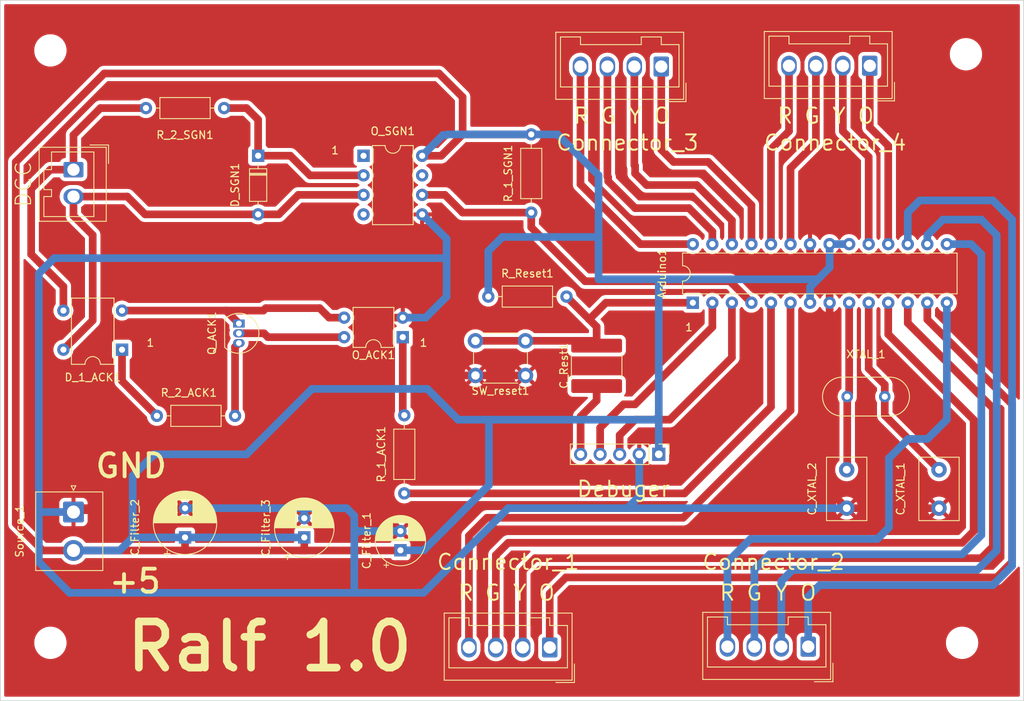
<source format=kicad_pcb>
(kicad_pcb (version 20211014) (generator pcbnew)
  (layers (0 "F.Cu" signal) (31 "B.Cu" signal) (34 "B.Paste" user) (35 "F.Paste" user) (36 "B.SilkS" user "B.Silkscreen") (37 "F.SilkS" user "F.Silkscreen") (38 "B.Mask" user) (39 "F.Mask" user) (44 "Edge.Cuts" user))
  (net 0 "")
  (net 1 "Net-(Arduino1-Pad2)")
  (net 2 "Net-(Arduino1-Pad3)")
  (net 3 "Net-(Arduino1-Pad6)")
  (net 4 "+5V")
  (net 5 "Earth")
  (net 6 "Net-(Arduino1-Pad11)")
  (net 7 "Net-(Arduino1-Pad12)")
  (net 8 "Net-(Arduino1-Pad13)")
  (net 9 "Net-(Arduino1-Pad14)")
  (net 10 "Net-(Arduino1-Pad15)")
  (net 11 "Net-(Arduino1-Pad16)")
  (net 12 "Net-(Arduino1-Pad17)")
  (net 13 "Net-(Arduino1-Pad18)")
  (net 14 "Net-(Arduino1-Pad19)")
  (net 15 "Net-(Arduino1-Pad23)")
  (net 16 "Net-(Arduino1-Pad24)")
  (net 17 "Net-(Arduino1-Pad25)")
  (net 18 "Net-(Arduino1-Pad26)")
  (net 19 "Net-(Arduino1-Pad27)")
  (net 20 "Net-(Arduino1-Pad28)")
  (net 21 "Net-(CON_DCC1-Pad1)")
  (net 22 "Net-(CON_DCC1-Pad2)")
  (net 23 "Net-(D_1_ACK1-Pad1)")
  (net 24 "Net-(D_1_ACK1-Pad2)")
  (net 25 "Net-(D_SGN1-Pad1)")
  (net 26 "Net-(O_ACK1-Pad1)")
  (net 27 "Net-(O_ACK1-Pad4)")
  (net 31 "Net-(Q_ACK1-Pad3)")
  (net 32 "Net-(Arduino1-Pad1)")
  (net 33 "Net-(Arduino1-Pad4)")
  (net 34 "Net-(Arduino1-Pad5)")
  (net 35 "Net-(Arduino1-Pad9)")
  (net 36 "Net-(Arduino1-Pad10)")
  (net 37 "Net-(C_Rest1-Pad1)")
  (footprint "Capacitor_THT:CP_Radial_D7.5mm_P2.50mm" (layer "F.Cu") (at 100 112.302651 90)
    (fp_text reference "C_Filter_3" (at 1.25 -5 90) (layer "F.SilkS"))
    (fp_text value "47uF" hide)
    (pad "1" thru_hole rect (at 0 0 90) (size 1.6 1.6) (drill 0.8) (layers *.Cu *.Mask) (net 4 "+5V"))
    (pad "2" thru_hole circle (at 2.5 0 90) (size 1.6 1.6) (drill 0.8) (layers *.Cu *.Mask) (net 5 "Earth"))
  )
  (footprint "Package_DIP:DIP-8_W7.62mm" (layer "F.Cu") (at 107.7 62.7)
    (fp_text reference "O_SGN1" (at 3.8 -3.2) (layer "F.SilkS"))
    (fp_text value "6N136" hide)
    (pad "1" thru_hole rect (at 0 0) (size 1.6 1.6) (drill 0.8) (layers *.Cu *.Mask))
    (pad "2" thru_hole oval (at 0 2.54) (size 1.6 1.6) (drill 0.8) (layers *.Cu *.Mask) (net 25 "Net-(D_SGN1-Pad1)"))
    (pad "3" thru_hole oval (at 0 5.08) (size 1.6 1.6) (drill 0.8) (layers *.Cu *.Mask) (net 22 "Net-(CON_DCC1-Pad2)"))
    (pad "4" thru_hole oval (at 0 7.62) (size 1.6 1.6) (drill 0.8) (layers *.Cu *.Mask))
    (pad "5" thru_hole oval (at 7.62 7.62) (size 1.6 1.6) (drill 0.8) (layers *.Cu *.Mask) (net 5 "Earth"))
    (pad "6" thru_hole oval (at 7.62 5.08) (size 1.6 1.6) (drill 0.8) (layers *.Cu *.Mask) (net 33 "Net-(Arduino1-Pad4)"))
    (pad "7" thru_hole oval (at 7.62 2.54) (size 1.6 1.6) (drill 0.8) (layers *.Cu *.Mask))
    (pad "8" thru_hole oval (at 7.62 0) (size 1.6 1.6) (drill 0.8) (layers *.Cu *.Mask) (net 4 "+5V"))
  )
  (footprint "MountingHole:MountingHole_3.2mm_M3" (layer "F.Cu") (at 67 49)
    (fp_text reference "REF**" hide)
    (fp_text value "MountingHole_3.2mm_M3" hide)
    (pad "" np_thru_hole circle (at 0 0) (size 3.2 3.2) (drill 3.2) (layers *.Cu *.Mask))
  )
  (footprint "Resistor_THT:R_Axial_DIN0207_L6.3mm_D2.5mm_P10.16mm_Horizontal" (layer "F.Cu") (at 113 106.58 90)
    (fp_text reference "R_1_ACK1" (at 5.08 -3 90) (layer "F.SilkS"))
    (fp_text value "1K" hide)
    (pad "1" thru_hole circle (at 0 0 90) (size 1.6 1.6) (drill 0.8) (layers *.Cu *.Mask) (net 34 "Net-(Arduino1-Pad5)"))
    (pad "2" thru_hole oval (at 10.16 0 90) (size 1.6 1.6) (drill 0.8) (layers *.Cu *.Mask) (net 26 "Net-(O_ACK1-Pad1)"))
  )
  (footprint "Capacitor_THT:CP_Radial_D8.0mm_P3.80mm" (layer "F.Cu") (at 84.5 112.302651 90)
    (fp_text reference "C_Filter_2" (at 1.302651 -6.5 270) (layer "F.SilkS"))
    (fp_text value "47uF" hide)
    (pad "1" thru_hole rect (at 0 0 90) (size 1.6 1.6) (drill 0.8) (layers *.Cu *.Mask) (net 4 "+5V"))
    (pad "2" thru_hole circle (at 3.8 0 90) (size 1.6 1.6) (drill 0.8) (layers *.Cu *.Mask) (net 5 "Earth"))
  )
  (footprint "Connector_PinHeader_2.54mm:PinHeader_1x05_P2.54mm_Vertical" (layer "F.Cu") (at 146.075 101.5 -90)
    (fp_text reference "Conn_Debuger_1" hide)
    (fp_text value "Debuger" (at 4.5 4.575 180) (layer "F.SilkS") (effects (font (size 2 2) (thickness 0.25))))
    (pad "1" thru_hole rect (at 0 0 270) (size 1.7 1.7) (drill 1) (layers *.Cu *.Mask) (net 4 "+5V"))
    (pad "2" thru_hole oval (at 0 2.54 270) (size 1.7 1.7) (drill 1) (layers *.Cu *.Mask) (net 5 "Earth"))
    (pad "3" thru_hole oval (at 0 5.08 270) (size 1.7 1.7) (drill 1) (layers *.Cu *.Mask) (net 2 "Net-(Arduino1-Pad3)"))
    (pad "4" thru_hole oval (at 0 7.62 270) (size 1.7 1.7) (drill 1) (layers *.Cu *.Mask) (net 1 "Net-(Arduino1-Pad2)"))
    (pad "5" thru_hole oval (at 0 10.16 270) (size 1.7 1.7) (drill 1) (layers *.Cu *.Mask) (net 37 "Net-(C_Rest1-Pad1)"))
  )
  (footprint "Connector_Wago:Wago_734-134_1x04_P3.50mm_Vertical" (layer "F.Cu") (at 173.5 51 180)
    (fp_text reference "Connector_4" (at 4.5 -10) (layer "F.SilkS") (effects (font (size 2 2) (thickness 0.25))))
    (fp_text value "Conn_01x04_Female" hide)
    (pad "1" thru_hole roundrect (at 0 0 180) (size 2 2.6) (drill 1.6) (layers *.Cu *.Mask) (roundrect_rratio 0.125) (net 13 "Net-(Arduino1-Pad18)"))
    (pad "2" thru_hole oval (at 3.5 0 180) (size 2 2.6) (drill 1.6) (layers *.Cu *.Mask) (net 14 "Net-(Arduino1-Pad19)"))
    (pad "3" thru_hole oval (at 7 0 180) (size 2 2.6) (drill 1.6) (layers *.Cu *.Mask) (net 15 "Net-(Arduino1-Pad23)"))
    (pad "4" thru_hole oval (at 10.5 0 180) (size 2 2.6) (drill 1.6) (layers *.Cu *.Mask) (net 16 "Net-(Arduino1-Pad24)"))
  )
  (footprint "Connector_Wago:Wago_734-132_1x02_P3.50mm_Vertical" (layer "F.Cu") (at 70 64.5 -90)
    (fp_text reference "CON_DCC1" hide)
    (fp_text value "DCC" (at 1.9 6.5 90) (layer "F.SilkS") (effects (font (size 2 2))))
    (pad "1" thru_hole roundrect (at 0 0 270) (size 2 2.6) (drill 1.6) (layers *.Cu *.Mask) (roundrect_rratio 0.125) (net 21 "Net-(CON_DCC1-Pad1)"))
    (pad "2" thru_hole oval (at 3.5 0 270) (size 2 2.6) (drill 1.6) (layers *.Cu *.Mask) (net 22 "Net-(CON_DCC1-Pad2)"))
  )
  (footprint "Diode_THT:D_DO-35_SOD27_P7.62mm_Horizontal" (layer "F.Cu") (at 94 62.69 -90)
    (fp_text reference "D_SGN1" (at 3.81 3 90) (layer "F.SilkS"))
    (fp_text value "1N4148" hide)
    (pad "1" thru_hole rect (at 0 0 270) (size 1.6 1.6) (drill 0.8) (layers *.Cu *.Mask) (net 25 "Net-(D_SGN1-Pad1)"))
    (pad "2" thru_hole oval (at 7.62 0 270) (size 1.6 1.6) (drill 0.8) (layers *.Cu *.Mask) (net 22 "Net-(CON_DCC1-Pad2)"))
  )
  (footprint "Package_DIP:DIP-4_W7.62mm" (layer "F.Cu") (at 112.8 86.275 180)
    (fp_text reference "O_ACK1" (at 3.81 -2.33) (layer "F.SilkS"))
    (fp_text value "PC817" hide)
    (pad "1" thru_hole rect (at 0 0 180) (size 1.6 1.6) (drill 0.8) (layers *.Cu *.Mask) (net 26 "Net-(O_ACK1-Pad1)"))
    (pad "2" thru_hole oval (at 0 2.54 180) (size 1.6 1.6) (drill 0.8) (layers *.Cu *.Mask) (net 5 "Earth"))
    (pad "3" thru_hole oval (at 7.62 2.54 180) (size 1.6 1.6) (drill 0.8) (layers *.Cu *.Mask) (net 24 "Net-(D_1_ACK1-Pad2)"))
    (pad "4" thru_hole oval (at 7.62 0 180) (size 1.6 1.6) (drill 0.8) (layers *.Cu *.Mask) (net 27 "Net-(O_ACK1-Pad4)"))
  )
  (footprint "Resistor_THT:R_Axial_DIN0207_L6.3mm_D2.5mm_P10.16mm_Horizontal" (layer "F.Cu") (at 79.42 56.5)
    (fp_text reference "R_2_SGN1" (at 5.08 3.5) (layer "F.SilkS"))
    (fp_text value "1K" hide)
    (pad "1" thru_hole circle (at 0 0) (size 1.6 1.6) (drill 0.8) (layers *.Cu *.Mask) (net 21 "Net-(CON_DCC1-Pad1)"))
    (pad "2" thru_hole oval (at 10.16 0) (size 1.6 1.6) (drill 0.8) (layers *.Cu *.Mask) (net 25 "Net-(D_SGN1-Pad1)"))
  )
  (footprint "MountingHole:MountingHole_3.2mm_M3" (layer "F.Cu") (at 186 49.5)
    (fp_text reference "REF**" hide)
    (fp_text value "MountingHole_3.2mm_M3" hide)
    (pad "" np_thru_hole circle (at 0 0) (size 3.2 3.2) (drill 3.2) (layers *.Cu *.Mask))
  )
  (footprint "MountingHole:MountingHole_3.2mm_M3" (layer "F.Cu") (at 185.5 126)
    (fp_text reference "REF**" hide)
    (fp_text value "MountingHole_3.2mm_M3" hide)
    (pad "" np_thru_hole circle (at 0 0) (size 3.2 3.2) (drill 3.2) (layers *.Cu *.Mask))
  )
  (footprint "Connector_JST:JST_NV_B02P-NV_1x02_P5.00mm_Vertical" (layer "F.Cu") (at 70 109 -90)
    (fp_text reference "Source_1" (at 2.5 7 -90) (layer "F.SilkS"))
    (fp_text value "Source" hide)
    (pad "1" thru_hole roundrect (at 0 0 270) (size 2.7 2.7) (drill 1.7) (layers *.Cu *.Mask) (roundrect_rratio 0.09259296296) (net 5 "Earth"))
    (pad "2" thru_hole circle (at 5 0 270) (size 2.7 2.7) (drill 1.7) (layers *.Cu *.Mask) (net 4 "+5V"))
  )
  (footprint "Button_Switch_THT:SW_PUSH_6mm_H5mm" (layer "F.Cu") (at 128.75 91.25 180)
    (fp_text reference "SW_reset1" (at 3.25 -2 180) (layer "F.SilkS"))
    (fp_text value "SW_DIP_x01")
    (pad "1" thru_hole circle (at 6.5 0 270) (size 2 2) (drill 1.1) (layers *.Cu *.Mask) (net 5 "Earth"))
    (pad "1" thru_hole circle (at 0 0 270) (size 2 2) (drill 1.1) (layers *.Cu *.Mask) (net 5 "Earth"))
    (pad "2" thru_hole circle (at 0 4.5 270) (size 2 2) (drill 1.1) (layers *.Cu *.Mask) (net 32 "Net-(Arduino1-Pad1)"))
    (pad "2" thru_hole circle (at 6.5 4.5 270) (size 2 2) (drill 1.1) (layers *.Cu *.Mask) (net 32 "Net-(Arduino1-Pad1)"))
  )
  (footprint "Capacitor_SMD:C_2225_5664Metric_Pad1.80x6.60mm_HandSolder" (layer "F.Cu") (at 138 90 90)
    (fp_text reference "C_Rest1" (at 0 -4.25 90) (layer "F.SilkS"))
    (fp_text value "100nF")
    (pad "1" smd roundrect (at -2.625 0 90) (size 1.8 6.6) (layers "F.Cu" "F.Paste" "F.Mask") (roundrect_rratio 0.1388888889) (net 37 "Net-(C_Rest1-Pad1)"))
    (pad "2" smd roundrect (at 2.625 0 90) (size 1.8 6.6) (layers "F.Cu" "F.Paste" "F.Mask") (roundrect_rratio 0.1388888889) (net 32 "Net-(Arduino1-Pad1)"))
  )
  (footprint "Capacitor_THT:C_Disc_D8.0mm_W5.0mm_P5.00mm" (layer "F.Cu") (at 170.5 103.5 -90)
    (fp_text reference "C_XTAL_2" (at 2.5 4.5 90) (layer "F.SilkS"))
    (fp_text value "22 pF" hide)
    (pad "1" thru_hole circle (at 0 0 270) (size 2 2) (drill 1) (layers *.Cu *.Mask) (net 35 "Net-(Arduino1-Pad9)"))
    (pad "2" thru_hole circle (at 5 0 270) (size 2 2) (drill 1) (layers *.Cu *.Mask) (net 5 "Earth"))
  )
  (footprint "MountingHole:MountingHole_3.2mm_M3" (layer "F.Cu") (at 67 126)
    (fp_text reference "REF**" hide)
    (fp_text value "MountingHole_3.2mm_M3" hide)
    (pad "" np_thru_hole circle (at 0 0) (size 3.2 3.2) (drill 3.2) (layers *.Cu *.Mask))
  )
  (footprint "Diode_THT:Diode_Bridge_DIP-4_W7.62mm_P5.08mm" (layer "F.Cu") (at 76.31 87.9 180)
    (fp_text reference "D_1_ACK1" (at 3.81 -3.6) (layer "F.SilkS"))
    (fp_text value "DF06M" hide)
    (pad "1" thru_hole rect (at 0 0 180) (size 1.6 1.6) (drill 0.8) (layers *.Cu *.Mask) (net 23 "Net-(D_1_ACK1-Pad1)"))
    (pad "2" thru_hole oval (at 0 5.08 180) (size 1.6 1.6) (drill 0.8) (layers *.Cu *.Mask) (net 24 "Net-(D_1_ACK1-Pad2)"))
    (pad "3" thru_hole oval (at 7.62 5.08 180) (size 1.6 1.6) (drill 0.8) (layers *.Cu *.Mask) (net 21 "Net-(CON_DCC1-Pad1)"))
    (pad "4" thru_hole oval (at 7.62 0 180) (size 1.6 1.6) (drill 0.8) (layers *.Cu *.Mask) (net 22 "Net-(CON_DCC1-Pad2)"))
  )
  (footprint "Connector_Wago:Wago_734-134_1x04_P3.50mm_Vertical" (layer "F.Cu") (at 165.5 126.5 180)
    (fp_text reference "Connector_2" (at 4.5 11) (layer "F.SilkS") (effects (font (size 2 2) (thickness 0.25))))
    (fp_text value "Conn_01x04_Female" hide)
    (pad "1" thru_hole roundrect (at 0 0 180) (size 2 2.6) (drill 1.6) (layers *.Cu *.Mask) (roundrect_rratio 0.125) (net 12 "Net-(Arduino1-Pad17)"))
    (pad "2" thru_hole oval (at 3.5 0 180) (size 2 2.6) (drill 1.6) (layers *.Cu *.Mask) (net 11 "Net-(Arduino1-Pad16)"))
    (pad "3" thru_hole oval (at 7 0 180) (size 2 2.6) (drill 1.6) (layers *.Cu *.Mask) (net 10 "Net-(Arduino1-Pad15)"))
    (pad "4" thru_hole oval (at 10.5 0 180) (size 2 2.6) (drill 1.6) (layers *.Cu *.Mask) (net 9 "Net-(Arduino1-Pad14)"))
  )
  (footprint "Resistor_THT:R_Axial_DIN0207_L6.3mm_D2.5mm_P10.16mm_Horizontal" (layer "F.Cu") (at 91 96.5 180)
    (fp_text reference "R_2_ACK1" (at 6 3) (layer "F.SilkS"))
    (fp_text value "100" hide)
    (pad "1" thru_hole circle (at 0 0 180) (size 1.6 1.6) (drill 0.8) (layers *.Cu *.Mask) (net 31 "Net-(Q_ACK1-Pad3)"))
    (pad "2" thru_hole oval (at 10.16 0 180) (size 1.6 1.6) (drill 0.8) (layers *.Cu *.Mask) (net 23 "Net-(D_1_ACK1-Pad1)"))
  )
  (footprint "Crystal:Crystal_HC49-U_Vertical" (layer "F.Cu") (at 175.45 94 180)
    (fp_text reference "XTAL_1" (at 2.44 5.5) (layer "F.SilkS"))
    (fp_text value "Crystal 16 Mhz" hide)
    (pad "1" thru_hole circle (at 0 0 180) (size 1.5 1.5) (drill 0.8) (layers *.Cu *.Mask) (net 36 "Net-(Arduino1-Pad10)"))
    (pad "2" thru_hole circle (at 4.88 0 180) (size 1.5 1.5) (drill 0.8) (layers *.Cu *.Mask) (net 35 "Net-(Arduino1-Pad9)"))
  )
  (footprint "Resistor_THT:R_Axial_DIN0207_L6.3mm_D2.5mm_P10.16mm_Horizontal" (layer "F.Cu") (at 129.5 70.08 90)
    (fp_text reference "R_1_SGN1" (at 5.08 -3 90) (layer "F.SilkS"))
    (fp_text value "10K" hide)
    (pad "1" thru_hole circle (at 0 0 90) (size 1.6 1.6) (drill 0.8) (layers *.Cu *.Mask) (net 33 "Net-(Arduino1-Pad4)"))
    (pad "2" thru_hole oval (at 10.16 0 90) (size 1.6 1.6) (drill 0.8) (layers *.Cu *.Mask) (net 4 "+5V"))
  )
  (footprint "Package_TO_SOT_THT:TO-92_Inline" (layer "F.Cu") (at 91.5 84.5 -90)
    (fp_text reference "Q_ACK1" (at 1.27 3.5 90) (layer "F.SilkS"))
    (fp_text value "BC557" hide)
    (pad "1" thru_hole rect (at 0 0 270) (size 1.05 1.5) (drill 0.75) (layers *.Cu *.Mask) (net 24 "Net-(D_1_ACK1-Pad2)"))
    (pad "2" thru_hole oval (at 1.27 0 270) (size 1.05 1.5) (drill 0.75) (layers *.Cu *.Mask) (net 27 "Net-(O_ACK1-Pad4)"))
    (pad "3" thru_hole oval (at 2.54 0 270) (size 1.05 1.5) (drill 0.75) (layers *.Cu *.Mask) (net 31 "Net-(Q_ACK1-Pad3)"))
  )
  (footprint "Capacitor_THT:CP_Radial_D6.3mm_P2.50mm" (layer "F.Cu") (at 112.5 113.9726 90)
    (fp_text reference "C_Filter_1" (at 1.25 -4.4 90) (layer "F.SilkS"))
    (fp_text value "10uF" hide)
    (pad "1" thru_hole rect (at 0 0 90) (size 1.6 1.6) (drill 0.8) (layers *.Cu *.Mask) (net 4 "+5V"))
    (pad "2" thru_hole circle (at 2.5 0 90) (size 1.6 1.6) (drill 0.8) (layers *.Cu *.Mask) (net 5 "Earth"))
  )
  (footprint "Capacitor_THT:C_Disc_D8.0mm_W5.0mm_P5.00mm" (layer "F.Cu") (at 182.5 103.5 -90)
    (fp_text reference "C_XTAL_1" (at 2.5 5 90) (layer "F.SilkS"))
    (fp_text value "22 pF" hide)
    (pad "1" thru_hole circle (at 0 0 270) (size 2 2) (drill 1) (layers *.Cu *.Mask) (net 36 "Net-(Arduino1-Pad10)"))
    (pad "2" thru_hole circle (at 5 0 270) (size 2 2) (drill 1) (layers *.Cu *.Mask) (net 5 "Earth"))
  )
  (footprint "Resistor_THT:R_Axial_DIN0207_L6.3mm_D2.5mm_P10.16mm_Horizontal" (layer "F.Cu") (at 123.92 81)
    (fp_text reference "R_Reset1" (at 5.08 -3) (layer "F.SilkS"))
    (fp_text value "10K" hide)
    (pad "1" thru_hole circle (at 0 0) (size 1.6 1.6) (drill 0.8) (layers *.Cu *.Mask) (net 4 "+5V"))
    (pad "2" thru_hole oval (at 10.16 0) (size 1.6 1.6) (drill 0.8) (layers *.Cu *.Mask) (net 32 "Net-(Arduino1-Pad1)"))
  )
  (footprint "Connector_Wago:Wago_734-134_1x04_P3.50mm_Vertical" (layer "F.Cu") (at 146.4 51.1 180)
    (fp_text reference "Connector_3" (at 4.4 -9.9) (layer "F.SilkS") (effects (font (size 2 2) (thickness 0.25))))
    (fp_text value "Conn_01x04_Female" hide)
    (pad "1" thru_hole roundrect (at 0 0 180) (size 2 2.6) (drill 1.6) (layers *.Cu *.Mask) (roundrect_rratio 0.125) (net 17 "Net-(Arduino1-Pad25)"))
    (pad "2" thru_hole oval (at 3.5 0 180) (size 2 2.6) (drill 1.6) (layers *.Cu *.Mask) (net 18 "Net-(Arduino1-Pad26)"))
    (pad "3" thru_hole oval (at 7 0 180) (size 2 2.6) (drill 1.6) (layers *.Cu *.Mask) (net 19 "Net-(Arduino1-Pad27)"))
    (pad "4" thru_hole oval (at 10.5 0 180) (size 2 2.6) (drill 1.6) (layers *.Cu *.Mask) (net 20 "Net-(Arduino1-Pad28)"))
  )
  (footprint "Connector_Wago:Wago_734-134_1x04_P3.50mm_Vertical" (layer "F.Cu") (at 131.9 126.6 180)
    (fp_text reference "Connector_1" (at 5.4 11.1) (layer "F.SilkS") (effects (font (size 2 2) (thickness 0.25))))
    (fp_text value "Conn_01x04_Female" hide)
    (pad "1" thru_hole roundrect (at 0 0 180) (size 2 2.6) (drill 1.6) (layers *.Cu *.Mask) (roundrect_rratio 0.125) (net 8 "Net-(Arduino1-Pad13)"))
    (pad "2" thru_hole oval (at 3.5 0 180) (size 2 2.6) (drill 1.6) (layers *.Cu *.Mask) (net 7 "Net-(Arduino1-Pad12)"))
    (pad "3" thru_hole oval (at 7 0 180) (size 2 2.6) (drill 1.6) (layers *.Cu *.Mask) (net 6 "Net-(Arduino1-Pad11)"))
    (pad "4" thru_hole oval (at 10.5 0 180) (size 2 2.6) (drill 1.6) (layers *.Cu *.Mask) (net 3 "Net-(Arduino1-Pad6)"))
  )
  (footprint "Package_DIP:DIP-28_W7.62mm" (layer "F.Cu") (at 150.5 81.8 90)
    (fp_text reference "Arduino1" (at 3.8 -4 90) (layer "F.SilkS"))
    (fp_text value "ATmega328-P" hide)
    (pad "1" thru_hole rect (at 0 0 90) (size 1.6 1.6) (drill 0.8) (layers *.Cu *.Mask) (net 32 "Net-(Arduino1-Pad1)"))
    (pad "2" thru_hole oval (at 0 2.54 90) (size 1.6 1.6) (drill 0.8) (layers *.Cu *.Mask) (net 1 "Net-(Arduino1-Pad2)"))
    (pad "3" thru_hole oval (at 0 5.08 90) (size 1.6 1.6) (drill 0.8) (layers *.Cu *.Mask) (net 2 "Net-(Arduino1-Pad3)"))
    (pad "4" thru_hole oval (at 0 7.62 90) (size 1.6 1.6) (drill 0.8) (layers *.Cu *.Mask) (net 33 "Net-(Arduino1-Pad4)"))
    (pad "5" thru_hole oval (at 0 10.16 90) (size 1.6 1.6) (drill 0.8) (layers *.Cu *.Mask) (net 34 "Net-(Arduino1-Pad5)"))
    (pad "6" thru_hole oval (at 0 12.7 90) (size 1.6 1.6) (drill 0.8) (layers *.Cu *.Mask) (net 3 "Net-(Arduino1-Pad6)"))
    (pad "7" thru_hole oval (at 0 15.24 90) (size 1.6 1.6) (drill 0.8) (layers *.Cu *.Mask) (net 4 "+5V"))
    (pad "8" thru_hole oval (at 0 17.78 90) (size 1.6 1.6) (drill 0.8) (layers *.Cu *.Mask) (net 5 "Earth"))
    (pad "9" thru_hole oval (at 0 20.32 90) (size 1.6 1.6) (drill 0.8) (layers *.Cu *.Mask) (net 35 "Net-(Arduino1-Pad9)"))
    (pad "10" thru_hole oval (at 0 22.86 90) (size 1.6 1.6) (drill 0.8) (layers *.Cu *.Mask) (net 36 "Net-(Arduino1-Pad10)"))
    (pad "11" thru_hole oval (at 0 25.4 90) (size 1.6 1.6) (drill 0.8) (layers *.Cu *.Mask) (net 6 "Net-(Arduino1-Pad11)"))
    (pad "12" thru_hole oval (at 0 27.94 90) (size 1.6 1.6) (drill 0.8) (layers *.Cu *.Mask) (net 7 "Net-(Arduino1-Pad12)"))
    (pad "13" thru_hole oval (at 0 30.48 90) (size 1.6 1.6) (drill 0.8) (layers *.Cu *.Mask) (net 8 "Net-(Arduino1-Pad13)"))
    (pad "14" thru_hole oval (at 0 33.02 90) (size 1.6 1.6) (drill 0.8) (layers *.Cu *.Mask) (net 9 "Net-(Arduino1-Pad14)"))
    (pad "15" thru_hole oval (at 7.62 33.02 90) (size 1.6 1.6) (drill 0.8) (layers *.Cu *.Mask) (net 10 "Net-(Arduino1-Pad15)"))
    (pad "16" thru_hole oval (at 7.62 30.48 90) (size 1.6 1.6) (drill 0.8) (layers *.Cu *.Mask) (net 11 "Net-(Arduino1-Pad16)"))
    (pad "17" thru_hole oval (at 7.62 27.94 90) (size 1.6 1.6) (drill 0.8) (layers *.Cu *.Mask) (net 12 "Net-(Arduino1-Pad17)"))
    (pad "18" thru_hole oval (at 7.62 25.4 90) (size 1.6 1.6) (drill 0.8) (layers *.Cu *.Mask) (net 13 "Net-(Arduino1-Pad18)"))
    (pad "19" thru_hole oval (at 7.62 22.86 90) (size 1.6 1.6) (drill 0.8) (layers *.Cu *.Mask) (net 14 "Net-(Arduino1-Pad19)"))
    (pad "20" thru_hole oval (at 7.62 20.32 90) (size 1.6 1.6) (drill 0.8) (layers *.Cu *.Mask) (net 4 "+5V"))
    (pad "21" thru_hole oval (at 7.62 17.78 90) (size 1.6 1.6) (drill 0.8) (layers *.Cu *.Mask) (net 4 "+5V"))
    (pad "22" thru_hole oval (at 7.62 15.24 90) (size 1.6 1.6) (drill 0.8) (layers *.Cu *.Mask) (net 5 "Earth"))
    (pad "23" thru_hole oval (at 7.62 12.7 90) (size 1.6 1.6) (drill 0.8) (layers *.Cu *.Mask) (net 15 "Net-(Arduino1-Pad23)"))
    (pad "24" thru_hole oval (at 7.62 10.16 90) (size 1.6 1.6) (drill 0.8) (layers *.Cu *.Mask) (net 16 "Net-(Arduino1-Pad24)"))
    (pad "25" thru_hole oval (at 7.62 7.62 90) (size 1.6 1.6) (drill 0.8) (layers *.Cu *.Mask) (net 17 "Net-(Arduino1-Pad25)"))
    (pad "26" thru_hole oval (at 7.62 5.08 90) (size 1.6 1.6) (drill 0.8) (layers *.Cu *.Mask) (net 18 "Net-(Arduino1-Pad26)"))
    (pad "27" thru_hole oval (at 7.62 2.54 90) (size 1.6 1.6) (drill 0.8) (layers *.Cu *.Mask) (net 19 "Net-(Arduino1-Pad27)"))
    (pad "28" thru_hole oval (at 7.62 0 90) (size 1.6 1.6) (drill 0.8) (layers *.Cu *.Mask) (net 20 "Net-(Arduino1-Pad28)"))
  )
  (gr_line (start 60.5 42.5) (end 193.5 42.5) (layer "Edge.Cuts") (width 0.1))
  (gr_line (start 193.5 133.5) (end 60.5 133.5) (layer "Edge.Cuts") (width 0.1))
  (gr_line (start 193.5 133.5) (end 193.5 42.5) (layer "Edge.Cuts") (width 0.1))
  (gr_line (start 60.5 133.5) (end 60.5 42.5) (layer "Edge.Cuts") (width 0.1))
  (gr_text "R" (at 136 57.5) (layer "F.SilkS") (effects (font (size 2 2) (thickness 0.25))))
  (gr_text "Ralf 1.0" (at 95.5 126.5) (layer "F.SilkS") (effects (font (size 6 6) (thickness 1))))
  (gr_text "GND" (at 77.5 103) (layer "F.SilkS") (effects (font (size 3 3) (thickness 0.5))))
  (gr_text "1" (at 150 85) (layer "F.SilkS") (effects (font (size 1 1))))
  (gr_text "Y" (at 143 57.5) (layer "F.SilkS") (effects (font (size 2 2) (thickness 0.25))))
  (gr_text "O" (at 131.5 119.5) (layer "F.SilkS") (effects (font (size 2 2) (thickness 0.25))))
  (gr_text "+5" (at 78 118) (layer "F.SilkS") (effects (font (size 3 3) (thickness 0.5))))
  (gr_text "G" (at 124.5 119.5) (layer "F.SilkS") (effects (font (size 2 2) (thickness 0.25))))
  (gr_text "G" (at 166 57.5) (layer "F.SilkS") (effects (font (size 2 2) (thickness 0.25))))
  (gr_text "1" (at 104 62) (layer "F.SilkS") (effects (font (size 1 1))))
  (gr_text "Y" (at 162 119.5) (layer "F.SilkS") (effects (font (size 2 2) (thickness 0.25))))
  (gr_text "R" (at 162.5 57.5) (layer "F.SilkS") (effects (font (size 2 2) (thickness 0.25))))
  (gr_text "O" (at 165.5 119.5) (layer "F.SilkS") (effects (font (size 2 2) (thickness 0.25))))
  (gr_text "O" (at 146.5 57.5) (layer "F.SilkS") (effects (font (size 2 2) (thickness 0.25))))
  (gr_text "Y" (at 169.5 57.5) (layer "F.SilkS") (effects (font (size 2 2) (thickness 0.25))))
  (gr_text "G" (at 158.5 119.5) (layer "F.SilkS") (effects (font (size 2 2) (thickness 0.25))))
  (gr_text "1" (at 115.5 87) (layer "F.SilkS") (effects (font (size 1 1))))
  (gr_text "R" (at 121 119.5) (layer "F.SilkS") (effects (font (size 2 2) (thickness 0.25))))
  (gr_text "O" (at 173 57.5) (layer "F.SilkS") (effects (font (size 2 2) (thickness 0.25))))
  (gr_text "Y" (at 128 119.5) (layer "F.SilkS") (effects (font (size 2 2) (thickness 0.25))))
  (gr_text "G" (at 139.5 57.5) (layer "F.SilkS") (effects (font (size 2 2) (thickness 0.25))))
  (gr_text "R" (at 155 119.5) (layer "F.SilkS") (effects (font (size 2 2) (thickness 0.25))))
  (gr_text "1" (at 80 87) (layer "F.SilkS") (effects (font (size 1 1))))
  (segment (start 141.5 95) (end 143 95) (width 1) (layer "F.Cu") (net 1))
  (segment (start 153.04 84.96) (end 153.04 81.8) (width 1) (layer "F.Cu") (net 1))
  (segment (start 138.455 98.045) (end 141.5 95) (width 1) (layer "F.Cu") (net 1))
  (segment (start 143 95) (end 153.04 84.96) (width 1) (layer "F.Cu") (net 1))
  (segment (start 138.455 101.5) (end 138.455 98.045) (width 1) (layer "F.Cu") (net 1))
  (segment (start 143 97) (end 147.5 97) (width 1) (layer "F.Cu") (net 2))
  (segment (start 155.58 88.92) (end 155.58 81.8) (width 1) (layer "F.Cu") (net 2))
  (segment (start 140.995 99.005) (end 143 97) (width 1) (layer "F.Cu") (net 2))
  (segment (start 140.995 101.5) (end 140.995 99.005) (width 1) (layer "F.Cu") (net 2))
  (segment (start 147.5 97) (end 155.58 88.92) (width 1) (layer "F.Cu") (net 2))
  (segment (start 121.4 112.1) (end 121.4 126.6) (width 1) (layer "F.Cu") (net 3))
  (segment (start 163.2 81.8) (end 163.2 95.8) (width 1) (layer "F.Cu") (net 3))
  (segment (start 123.75 109.75) (end 121.4 112.1) (width 1) (layer "F.Cu") (net 3))
  (segment (start 163.2 95.8) (end 149.25 109.75) (width 1) (layer "F.Cu") (net 3))
  (segment (start 149.25 109.75) (end 123.75 109.75) (width 1) (layer "F.Cu") (net 3))
  (segment (start 99.5 114) (end 100 114) (width 1) (layer "F.Cu") (net 4))
  (segment (start 62.5 110.5) (end 66 114) (width 1) (layer "F.Cu") (net 4))
  (segment (start 70 114) (end 84.5 114) (width 1) (layer "F.Cu") (net 4))
  (segment (start 62.5 63.5) (end 62.5 110.5) (width 1) (layer "F.Cu") (net 4))
  (segment (start 117.5 52) (end 74 52) (width 1) (layer "F.Cu") (net 4))
  (segment (start 120.58 59.92) (end 120.58 55.08) (width 1) (layer "F.Cu") (net 4))
  (segment (start 120.58 59.92) (end 129.5 59.92) (width 1) (layer "F.Cu") (net 4))
  (segment (start 74 52) (end 62.5 63.5) (width 1) (layer "F.Cu") (net 4))
  (segment (start 112.4726 114) (end 112.5 113.9726) (width 1) (layer "F.Cu") (net 4))
  (segment (start 84.5 112.302651) (end 84.5 114) (width 1) (layer "F.Cu") (net 4))
  (segment (start 100 114) (end 112.4726 114) (width 1) (layer "F.Cu") (net 4))
  (segment (start 66 114) (end 70 114) (width 1) (layer "F.Cu") (net 4))
  (segment (start 117.8 62.7) (end 120.58 59.92) (width 1) (layer "F.Cu") (net 4))
  (segment (start 100 112.302651) (end 100 114) (width 1) (layer "F.Cu") (net 4))
  (segment (start 115.32 62.7) (end 117.8 62.7) (width 1) (layer "F.Cu") (net 4))
  (segment (start 120.58 55.08) (end 117.5 52) (width 1) (layer "F.Cu") (net 4))
  (segment (start 84.5 114) (end 99.5 114) (width 1) (layer "F.Cu") (net 4))
  (segment (start 138.25 65.25) (end 132.92 59.92) (width 1) (layer "B.Cu") (net 4))
  (segment (start 118.5 60) (end 118.58 59.92) (width 1) (layer "B.Cu") (net 4))
  (segment (start 146.25 78.75) (end 138.25 78.75) (width 1) (layer "B.Cu") (net 4))
  (segment (start 120 97) (end 124 97) (width 1) (layer "B.Cu") (net 4))
  (segment (start 138.25 73.25) (end 125.75 73.25) (width 1) (layer "B.Cu") (net 4))
  (segment (start 123.92 75.08) (end 123.92 81) (width 1) (layer "B.Cu") (net 4))
  (segment (start 92.5 101.5) (end 101 93) (width 1) (layer "B.Cu") (net 4))
  (segment (start 77.697349 112.302651) (end 77.697349 104.302651) (width 1) (layer "B.Cu") (net 4))
  (segment (start 115.32 62.7) (end 118.02 60) (width 1) (layer "B.Cu") (net 4))
  (segment (start 112.5 113.9726) (end 115.5274 113.9726) (width 1) (layer "B.Cu") (net 4))
  (segment (start 100 112.302651) (end 84.5 112.302651) (width 1) (layer "B.Cu") (net 4))
  (segment (start 101 93) (end 116 93) (width 1) (layer "B.Cu") (net 4))
  (segment (start 145.65 97) (end 146.075 96.575) (width 1) (layer "B.Cu") (net 4))
  (segment (start 138.25 78.75) (end 138.25 73.25) (width 1) (layer "B.Cu") (net 4))
  (segment (start 84.5 112.302651) (end 77.697349 112.302651) (width 1) (layer "B.Cu") (net 4))
  (segment (start 76 114) (end 70 114) (width 1) (layer "B.Cu") (net 4))
  (segment (start 138.25 73.25) (end 138.25 65.25) (width 1) (layer "B.Cu") (net 4))
  (segment (start 166.75 78.75) (end 168.28 77.22) (width 1) (layer "B.Cu") (net 4))
  (segment (start 77.697349 112.302651) (end 76 114) (width 1) (layer "B.Cu") (net 4))
  (segment (start 146.075 96.575) (end 146.075 78.925) (width 1) (layer "B.Cu") (net 4))
  (segment (start 80.5 101.5) (end 92.5 101.5) (width 1) (layer "B.Cu") (net 4))
  (segment (start 166.75 78.75) (end 146.25 78.75) (width 1) (layer "B.Cu") (net 4))
  (segment (start 77.697349 104.302651) (end 80.5 101.5) (width 1) (layer "B.Cu") (net 4))
  (segment (start 165.74 81.8) (end 165.74 79.76) (width 1) (layer "B.Cu") (net 4))
  (segment (start 125.75 73.25) (end 123.92 75.08) (width 1) (layer "B.Cu") (net 4))
  (segment (start 168.28 77.22) (end 168.28 74.18) (width 1) (layer "B.Cu") (net 4))
  (segment (start 124 105.5) (end 124 97) (width 1) (layer "B.Cu") (net 4))
  (segment (start 170.82 74.18) (end 168.28 74.18) (width 1) (layer "B.Cu") (net 4))
  (segment (start 124 97) (end 145.65 97) (width 1) (layer "B.Cu") (net 4))
  (segment (start 146.075 78.925) (end 146.25 78.75) (width 1) (layer "B.Cu") (net 4))
  (segment (start 116 93) (end 120 97) (width 1) (layer "B.Cu") (net 4))
  (segment (start 132.92 59.92) (end 129.5 59.92) (width 1) (layer "B.Cu") (net 4))
  (segment (start 118.58 59.92) (end 129.5 59.92) (width 1) (layer "B.Cu") (net 4))
  (segment (start 165.74 79.76) (end 166.75 78.75) (width 1) (layer "B.Cu") (net 4))
  (segment (start 118.02 60) (end 118.5 60) (width 1) (layer "B.Cu") (net 4))
  (segment (start 115.5274 113.9726) (end 124 105.5) (width 1) (layer "B.Cu") (net 4))
  (segment (start 146.075 101.5) (end 146.075 96.575) (width 1) (layer "B.Cu") (net 4))
  (segment (start 168.28 81.8) (end 168.28 84.22) (width 1) (layer "F.Cu") (net 5))
  (segment (start 99 97) (end 104.5 97) (width 1) (layer "F.Cu") (net 5))
  (segment (start 117 85.5) (end 115.235 83.735) (width 1) (layer "F.Cu") (net 5))
  (segment (start 92.502651 103.497349) (end 99 97) (width 1) (layer "F.Cu") (net 5))
  (segment (start 117 88) (end 117 85.5) (width 1) (layer "F.Cu") (net 5))
  (segment (start 128.75 91.25) (end 122.25 91.25) (width 1) (layer "F.Cu") (net 5))
  (segment (start 115.235 83.735) (end 112.8 83.735) (width 1) (layer "F.Cu") (net 5))
  (segment (start 70.497349 108.502651) (end 84.5 108.502651) (width 1) (layer "F.Cu") (net 5))
  (segment (start 100 109.802651) (end 100 108.502651) (width 1) (layer "F.Cu") (net 5))
  (segment (start 168.28 81.8) (end 168.28 79.78) (width 1) (layer "F.Cu") (net 5))
  (segment (start 109.530051 108.502651) (end 100 108.502651) (width 1) (layer "F.Cu") (net 5))
  (segment (start 122.25 91.25) (end 120.25 91.25) (width 1) (layer "F.Cu") (net 5))
  (segment (start 120.25 91.25) (end 117 88) (width 1) (layer "F.Cu") (net 5))
  (segment (start 92.502651 108.502651) (end 100 108.502651) (width 1) (layer "F.Cu") (net 5))
  (segment (start 108 86.5) (end 110.765 83.735) (width 1) (layer "F.Cu") (net 5))
  (segment (start 165.74 77.24) (end 165.74 74.18) (width 1) (layer "F.Cu") (net 5))
  (segment (start 112.5 111.4726) (end 109.530051 108.502651) (width 1) (layer "F.Cu") (net 5))
  (segment (start 110.765 83.735) (end 112.8 83.735) (width 1) (layer "F.Cu") (net 5))
  (segment (start 84.5 108.502651) (end 92.502651 108.502651) (width 1) (layer "F.Cu") (net 5))
  (segment (start 168.28 79.78) (end 165.74 77.24) (width 1) (layer "F.Cu") (net 5))
  (segment (start 168.28 84.22) (end 166 86.5) (width 1) (layer "F.Cu") (net 5))
  (segment (start 104.5 97) (end 108 93.5) (width 1) (layer "F.Cu") (net 5))
  (segment (start 70 109) (end 70.497349 108.502651) (width 1) (layer "F.Cu") (net 5))
  (segment (start 170.5 108.5) (end 182.5 108.5) (width 1) (layer "F.Cu") (net 5))
  (segment (start 108 93.5) (end 108 86.5) (width 1) (layer "F.Cu") (net 5))
  (segment (start 92.502651 108.502651) (end 92.502651 103.497349) (width 1) (layer "F.Cu") (net 5))
  (segment (start 166 86.5) (end 166 104) (width 1) (layer "F.Cu") (net 5))
  (segment (start 166 104) (end 170.5 108.5) (width 1) (layer "F.Cu") (net 5))
  (segment (start 69.5 119.5) (end 106.5 119.5) (width 1) (layer "B.Cu") (net 5))
  (segment (start 118.5 73.5) (end 115.32 70.32) (width 1) (layer "B.Cu") (net 5))
  (segment (start 118.5 76) (end 67.5 76) (width 1) (layer "B.Cu") (net 5))
  (segment (start 107.0274 111.4726) (end 106.5 112) (width 1) (layer "B.Cu") (net 5))
  (segment (start 65.5 109) (end 70 109) (width 1) (layer "B.Cu") (net 5))
  (segment (start 106.5 119.5) (end 115.5 119.5) (width 1) (layer "B.Cu") (net 5))
  (segment (start 112.8 83.735) (end 115.765 83.735) (width 1) (layer "B.Cu") (net 5))
  (segment (start 143.535 106.965) (end 142 108.5) (width 1) (layer "B.Cu") (net 5))
  (segment (start 118.5 76) (end 118.5 73.5) (width 1) (layer "B.Cu") (net 5))
  (segment (start 105.502651 108.502651) (end 106.5 109.5) (width 1) (layer "B.Cu") (net 5))
  (segment (start 118.5 81) (end 118.5 76) (width 1) (layer "B.Cu") (net 5))
  (segment (start 65.5 115.5) (end 69.5 119.5) (width 1) (layer "B.Cu") (net 5))
  (segment (start 115.765 83.735) (end 118.5 81) (width 1) (layer "B.Cu") (net 5))
  (segment (start 84.5 108.502651) (end 100 108.502651) (width 1) (layer "B.Cu") (net 5))
  (segment (start 126.5 108.5) (end 142 108.5) (width 1) (layer "B.Cu") (net 5))
  (segment (start 112.5 111.4726) (end 107.0274 111.4726) (width 1) (layer "B.Cu") (net 5))
  (segment (start 100 108.502651) (end 105.502651 108.502651) (width 1) (layer "B.Cu") (net 5))
  (segment (start 67.5 76) (end 65.5 78) (width 1) (layer "B.Cu") (net 5))
  (segment (start 106.5 112) (end 106.5 109.5) (width 1) (layer "B.Cu") (net 5))
  (segment (start 115.5 119.5) (end 126.5 108.5) (width 1) (layer "B.Cu") (net 5))
  (segment (start 100 109.802651) (end 100 108.502651) (width 1) (layer "B.Cu") (net 5))
  (segment (start 65.5 109) (end 65.5 115.5) (width 1) (layer "B.Cu") (net 5))
  (segment (start 170.5 108.5) (end 142 108.5) (width 1) (layer "B.Cu") (net 5))
  (segment (start 106.5 112.5) (end 106.5 112) (width 1) (layer "B.Cu") (net 5))
  (segment (start 106.5 119.5) (end 106.5 112.5) (width 1) (layer "B.Cu") (net 5))
  (segment (start 65.5 78) (end 65.5 109) (width 1) (layer "B.Cu") (net 5))
  (segment (start 143.535 101.5) (end 143.535 106.965) (width 1) (layer "B.Cu") (net 5))
  (segment (start 187 97) (end 187 111.5) (width 1) (layer "F.Cu") (net 6))
  (segment (start 187 111.5) (end 185.5 113) (width 1) (layer "F.Cu") (net 6))
  (segment (start 185.5 113) (end 126.5 113) (width 1) (layer "F.Cu") (net 6))
  (segment (start 175.9 81.8) (end 175.9 85.9) (width 1) (layer "F.Cu") (net 6))
  (segment (start 124.9 114.6) (end 124.9 126.6) (width 1) (layer "F.Cu") (net 6))
  (segment (start 126.5 113) (end 124.9 114.6) (width 1) (layer "F.Cu") (net 6))
  (segment (start 175.9 85.9) (end 187 97) (width 1) (layer "F.Cu") (net 6))
  (segment (start 189.5 95.5) (end 189.5 113.5) (width 1) (layer "F.Cu") (net 7))
  (segment (start 130 115) (end 128.4 116.6) (width 1) (layer "F.Cu") (net 7))
  (segment (start 128.4 116.6) (end 128.4 126.6) (width 1) (layer "F.Cu") (net 7))
  (segment (start 178.44 84.44) (end 189.5 95.5) (width 1) (layer "F.Cu") (net 7))
  (segment (start 189.5 113.5) (end 188 115) (width 1) (layer "F.Cu") (net 7))
  (segment (start 188 115) (end 130 115) (width 1) (layer "F.Cu") (net 7))
  (segment (start 178.44 81.8) (end 178.44 84.44) (width 1) (layer "F.Cu") (net 7))
  (segment (start 190 117.5) (end 134 117.5) (width 1) (layer "F.Cu") (net 8))
  (segment (start 192 115.5) (end 190 117.5) (width 1) (layer "F.Cu") (net 8))
  (segment (start 192 95) (end 192 115.5) (width 1) (layer "F.Cu") (net 8))
  (segment (start 134 117.5) (end 131.9 119.6) (width 1) (layer "F.Cu") (net 8))
  (segment (start 131.9 119.6) (end 131.9 126.6) (width 1) (layer "F.Cu") (net 8))
  (segment (start 180.98 81.8) (end 180.98 83.98) (width 1) (layer "F.Cu") (net 8))
  (segment (start 180.98 83.98) (end 192 95) (width 1) (layer "F.Cu") (net 8))
  (segment (start 155 115.5) (end 155 126.5) (width 1) (layer "B.Cu") (net 9))
  (segment (start 178.5 99.5) (end 176 102) (width 1) (layer "B.Cu") (net 9))
  (segment (start 158 112.5) (end 155 115.5) (width 1) (layer "B.Cu") (net 9))
  (segment (start 183.52 96.98) (end 181 99.5) (width 1) (layer "B.Cu") (net 9))
  (segment (start 181 99.5) (end 178.5 99.5) (width 1) (layer "B.Cu") (net 9))
  (segment (start 176 102) (end 176 111) (width 1) (layer "B.Cu") (net 9))
  (segment (start 176 111) (end 174.5 112.5) (width 1) (layer "B.Cu") (net 9))
  (segment (start 183.52 81.8) (end 183.52 96.98) (width 1) (layer "B.Cu") (net 9))
  (segment (start 174.5 112.5) (end 158 112.5) (width 1) (layer "B.Cu") (net 9))
  (segment (start 188 112) (end 185.5 114.5) (width 1) (layer "B.Cu") (net 10))
  (segment (start 185.5 114.5) (end 160.5 114.5) (width 1) (layer "B.Cu") (net 10))
  (segment (start 160.5 114.5) (end 158.5 116.5) (width 1) (layer "B.Cu") (net 10))
  (segment (start 183.52 74.18) (end 186.68 74.18) (width 1) (layer "B.Cu") (net 10))
  (segment (start 186.68 74.18) (end 188 75.5) (width 1) (layer "B.Cu") (net 10))
  (segment (start 188 75.5) (end 188 112) (width 1) (layer "B.Cu") (net 10))
  (segment (start 158.5 116.5) (end 158.5 126.5) (width 1) (layer "B.Cu") (net 10))
  (segment (start 162 126.5) (end 162 118) (width 1) (layer "B.Cu") (net 11))
  (segment (start 187.5 116.5) (end 190 114) (width 1) (layer "B.Cu") (net 11))
  (segment (start 190 114) (end 190 73) (width 1) (layer "B.Cu") (net 11))
  (segment (start 190 73) (end 188 71) (width 1) (layer "B.Cu") (net 11))
  (segment (start 162 118) (end 163.5 116.5) (width 1) (layer "B.Cu") (net 11))
  (segment (start 163.5 116.5) (end 187.5 116.5) (width 1) (layer "B.Cu") (net 11))
  (segment (start 188 71) (end 183 71) (width 1) (layer "B.Cu") (net 11))
  (segment (start 180.98 73.02) (end 180.98 74.18) (width 1) (layer "B.Cu") (net 11))
  (segment (start 183 71) (end 180.98 73.02) (width 1) (layer "B.Cu") (net 11))
  (segment (start 165.5 126.5) (end 165.5 120) (width 1) (layer "B.Cu") (net 12))
  (segment (start 192 71) (end 189.5 68.5) (width 1) (layer "B.Cu") (net 12))
  (segment (start 178.44 70.06) (end 178.44 74.18) (width 1) (layer "B.Cu") (net 12))
  (segment (start 165.5 120) (end 167 118.5) (width 1) (layer "B.Cu") (net 12))
  (segment (start 192 116) (end 192 71) (width 1) (layer "B.Cu") (net 12))
  (segment (start 167 118.5) (end 189.5 118.5) (width 1) (layer "B.Cu") (net 12))
  (segment (start 189.5 68.5) (end 180 68.5) (width 1) (layer "B.Cu") (net 12))
  (segment (start 189.5 118.5) (end 192 116) (width 1) (layer "B.Cu") (net 12))
  (segment (start 180 68.5) (end 178.44 70.06) (width 1) (layer "B.Cu") (net 12))
  (segment (start 175.9 74.18) (end 175.9 61.4) (width 1) (layer "F.Cu") (net 13))
  (segment (start 175.9 61.4) (end 173.5 59) (width 1) (layer "F.Cu") (net 13))
  (segment (start 173.5 59) (end 173.5 51) (width 1) (layer "F.Cu") (net 13))
  (segment (start 173.36 62.86) (end 170 59.5) (width 1) (layer "F.Cu") (net 14))
  (segment (start 173.36 74.18) (end 173.36 62.86) (width 1) (layer "F.Cu") (net 14))
  (segment (start 170 59.5) (end 170 51) (width 1) (layer "F.Cu") (net 14))
  (segment (start 163.2 74.18) (end 163.2 64.3) (width 1) (layer "F.Cu") (net 15))
  (segment (start 166.5 61) (end 166.5 51) (width 1) (layer "F.Cu") (net 15))
  (segment (start 163.2 64.3) (end 166.5 61) (width 1) (layer "F.Cu") (net 15))
  (segment (start 160.66 61.84) (end 163 59.5) (width 1) (layer "F.Cu") (net 16))
  (segment (start 160.66 74.18) (end 160.66 61.84) (width 1) (layer "F.Cu") (net 16))
  (segment (start 163 59.5) (end 163 51) (width 1) (layer "F.Cu") (net 16))
  (segment (start 152.5 63.5) (end 148 63.5) (width 1) (layer "F.Cu") (net 17))
  (segment (start 148 63.5) (end 146.4 61.9) (width 1) (layer "F.Cu") (net 17))
  (segment (start 158.12 69.12) (end 152.5 63.5) (width 1) (layer "F.Cu") (net 17))
  (segment (start 146.4 61.9) (end 146.4 51.1) (width 1) (layer "F.Cu") (net 17))
  (segment (start 158.12 74.18) (end 158.12 69.12) (width 1) (layer "F.Cu") (net 17))
  (segment (start 142.9 63.9) (end 142.9 51.1) (width 1) (layer "F.Cu") (net 18))
  (segment (start 151 66.5) (end 144.5 66.5) (width 1) (layer "F.Cu") (net 18))
  (segment (start 143 64) (end 142.9 63.9) (width 1) (layer "F.Cu") (net 18))
  (segment (start 143 65) (end 143 64) (width 1) (layer "F.Cu") (net 18))
  (segment (start 155.58 71.08) (end 151 66.5) (width 1) (layer "F.Cu") (net 18))
  (segment (start 155.58 74.18) (end 155.58 71.08) (width 1) (layer "F.Cu") (net 18))
  (segment (start 144.5 66.5) (end 143 65) (width 1) (layer "F.Cu") (net 18))
  (segment (start 153.04 72.54) (end 150 69.5) (width 1) (layer "F.Cu") (net 19))
  (segment (start 139.5 66) (end 139.5 65.5) (width 1) (layer "F.Cu") (net 19))
  (segment (start 143 69.5) (end 139.5 66) (width 1) (layer "F.Cu") (net 19))
  (segment (start 139.4 65.4) (end 139.4 51.1) (width 1) (layer "F.Cu") (net 19))
  (segment (start 150 69.5) (end 143 69.5) (width 1) (layer "F.Cu") (net 19))
  (segment (start 139.5 65.5) (end 139.4 65.4) (width 1) (layer "F.Cu") (net 19))
  (segment (start 153.04 74.18) (end 153.04 72.54) (width 1) (layer "F.Cu") (net 19))
  (segment (start 135.9 51.1) (end 135.9 66.4) (width 1) (layer "F.Cu") (net 20))
  (segment (start 143.68 74.18) (end 150.5 74.18) (width 1) (layer "F.Cu") (net 20))
  (segment (start 135.9 66.4) (end 143.68 74.18) (width 1) (layer "F.Cu") (net 20))
  (segment (start 64.5 67) (end 67 64.5) (width 1) (layer "F.Cu") (net 21))
  (segment (start 64.5 75.5) (end 64.5 67) (width 1) (layer "F.Cu") (net 21))
  (segment (start 68.69 79.69) (end 64.5 75.5) (width 1) (layer "F.Cu") (net 21))
  (segment (start 68.69 82.82) (end 68.69 79.69) (width 1) (layer "F.Cu") (net 21))
  (segment (start 73.5 56.5) (end 79.42 56.5) (width 1) (layer "F.Cu") (net 21))
  (segment (start 67 64.5) (end 70 64.5) (width 1) (layer "F.Cu") (net 21))
  (segment (start 70 64.5) (end 70 60) (width 1) (layer "F.Cu") (net 21))
  (segment (start 70 60) (end 73.5 56.5) (width 1) (layer "F.Cu") (net 21))
  (segment (start 72.5 84.09) (end 72.5 73) (width 1) (layer "F.Cu") (net 22))
  (segment (start 77 68) (end 79.31 70.31) (width 1) (layer "F.Cu") (net 22))
  (segment (start 96.69 70.31) (end 99.22 67.78) (width 1) (layer "F.Cu") (net 22))
  (segment (start 68.69 87.9) (end 72.5 84.09) (width 1) (layer "F.Cu") (net 22))
  (segment (start 99.22 67.78) (end 107.7 67.78) (width 1) (layer "F.Cu") (net 22))
  (segment (start 70 70.5) (end 70 68) (width 1) (layer "F.Cu") (net 22))
  (segment (start 94 70.31) (end 96.69 70.31) (width 1) (layer "F.Cu") (net 22))
  (segment (start 72.5 73) (end 70 70.5) (width 1) (layer "F.Cu") (net 22))
  (segment (start 70 68) (end 77 68) (width 1) (layer "F.Cu") (net 22))
  (segment (start 79.31 70.31) (end 94 70.31) (width 1) (layer "F.Cu") (net 22))
  (segment (start 76.31 87.9) (end 76.31 91.97) (width 1) (layer "F.Cu") (net 23))
  (segment (start 76.31 91.97) (end 80.84 96.5) (width 1) (layer "F.Cu") (net 23))
  (segment (start 103.235 83.735) (end 105.18 83.735) (width 1) (layer "F.Cu") (net 24))
  (segment (start 102 82.5) (end 103.235 83.735) (width 1) (layer "F.Cu") (net 24))
  (segment (start 95 82.5) (end 102 82.5) (width 1) (layer "F.Cu") (net 24))
  (segment (start 89.82 82.82) (end 91.5 84.5) (width 1) (layer "F.Cu") (net 24))
  (segment (start 94.68 82.82) (end 95 82.5) (width 1) (layer "F.Cu") (net 24))
  (segment (start 76.31 82.82) (end 89.82 82.82) (width 1) (layer "F.Cu") (net 24))
  (segment (start 89.82 82.82) (end 94.68 82.82) (width 1) (layer "F.Cu") (net 24))
  (segment (start 92.5 56.5) (end 94 58) (width 1) (layer "F.Cu") (net 25))
  (segment (start 98.19 62.69) (end 94 62.69) (width 1) (layer "F.Cu") (net 25))
  (segment (start 89.58 56.5) (end 92.5 56.5) (width 1) (layer "F.Cu") (net 25))
  (segment (start 94 58) (end 94 62.69) (width 1) (layer "F.Cu") (net 25))
  (segment (start 100.74 65.24) (end 98.19 62.69) (width 1) (layer "F.Cu") (net 25))
  (segment (start 107.7 65.24) (end 100.74 65.24) (width 1) (layer "F.Cu") (net 25))
  (segment (start 112.8 86.275) (end 112.8 96.22) (width 1) (layer "F.Cu") (net 26))
  (segment (start 112.8 96.22) (end 113 96.42) (width 1) (layer "F.Cu") (net 26))
  (segment (start 95.275 86.275) (end 94.77 85.77) (width 1) (layer "F.Cu") (net 27))
  (segment (start 105.18 86.275) (end 95.275 86.275) (width 1) (layer "F.Cu") (net 27))
  (segment (start 94.77 85.77) (end 91.5 85.77) (width 1) (layer "F.Cu") (net 27))
  (segment (start 91 96.5) (end 91 87.54) (width 1) (layer "F.Cu") (net 31))
  (segment (start 91 87.54) (end 91.5 87.04) (width 1) (layer "F.Cu") (net 31))
  (segment (start 128.75 86.75) (end 137.375 86.75) (width 1) (layer "F.Cu") (net 32))
  (segment (start 137.04 83.96) (end 139.2 81.8) (width 1) (layer "F.Cu") (net 32))
  (segment (start 137.375 86.75) (end 138 87.375) (width 1) (layer "F.Cu") (net 32))
  (segment (start 122.25 86.75) (end 128.75 86.75) (width 1) (layer "F.Cu") (net 32))
  (segment (start 137.04 83.96) (end 134.08 81) (width 1) (layer "F.Cu") (net 32))
  (segment (start 138 87.375) (end 138 84.92) (width 1) (layer "F.Cu") (net 32))
  (segment (start 139.2 81.8) (end 150.5 81.8) (width 1) (layer "F.Cu") (net 32))
  (segment (start 138 84.92) (end 137.04 83.96) (width 1) (layer "F.Cu") (net 32))
  (segment (start 158.12 81.8) (end 155.32 79) (width 1) (layer "F.Cu") (net 33))
  (segment (start 136.5 79) (end 129.5 72) (width 1) (layer "F.Cu") (net 33))
  (segment (start 155.32 79) (end 136.5 79) (width 1) (layer "F.Cu") (net 33))
  (segment (start 118.28 67.78) (end 115.32 67.78) (width 1) (layer "F.Cu") (net 33))
  (segment (start 120.58 70.08) (end 118.28 67.78) (width 1) (layer "F.Cu") (net 33))
  (segment (start 129.5 72) (end 129.5 70.08) (width 1) (layer "F.Cu") (net 33))
  (segment (start 129.5 70.08) (end 120.58 70.08) (width 1) (layer "F.Cu") (net 33))
  (segment (start 160.66 95.34) (end 149.42 106.58) (width 1) (layer "F.Cu") (net 34))
  (segment (start 149.42 106.58) (end 113 106.58) (width 1) (layer "F.Cu") (net 34))
  (segment (start 160.66 81.8) (end 160.66 95.34) (width 1) (layer "F.Cu") (net 34))
  (segment (start 170.57 94) (end 170.57 103.43) (width 1) (layer "F.Cu") (net 35))
  (segment (start 170.82 81.8) (end 170.82 93.75) (width 1) (layer "F.Cu") (net 35))
  (segment (start 170.57 103.43) (end 170.5 103.5) (width 1) (layer "F.Cu") (net 35))
  (segment (start 170.82 93.75) (end 170.57 94) (width 1) (layer "F.Cu") (net 35))
  (segment (start 175.45 94) (end 175.45 92.45) (width 1) (layer "F.Cu") (net 36))
  (segment (start 175.45 94) (end 175.45 96.45) (width 1) (layer "F.Cu") (net 36))
  (segment (start 175.45 96.45) (end 182.5 103.5) (width 1) (layer "F.Cu") (net 36))
  (segment (start 175.45 92.45) (end 173.36 90.36) (width 1) (layer "F.Cu") (net 36))
  (segment (start 173.36 90.36) (end 173.36 81.8) (width 1) (layer "F.Cu") (net 36))
  (segment (start 138 94.5) (end 138 92.625) (width 1) (layer "F.Cu") (net 37))
  (segment (start 135.915 101.5) (end 135.915 96.585) (width 1) (layer "F.Cu") (net 37))
  (segment (start 135.915 96.585) (end 138 94.5) (width 1) (layer "F.Cu") (net 37))
  (zone (net 5) (net_name "Earth") (layer "F.Cu") (connect_pads (clearance 0.508)) (min_thickness 0.254) (fill yes (thermal_gap 0.508) (thermal_bridge_width 0.508))
    (polygon (pts (xy 193.5 133.5) (xy 60.5 133.5) (xy 60.5 42.5) (xy 193.5 42.5)))
  )
  (zone (net 5) (net_name "Earth") (layer "F.Cu") (connect_pads (clearance 0.508)) (min_thickness 0.254) (fill yes (thermal_gap 0.508) (thermal_bridge_width 0.508))
    (polygon (pts (xy 193.5 133.5) (xy 60.5 133.5) (xy 60.5 42.5) (xy 193.5 42.5)))
  )
)
</source>
